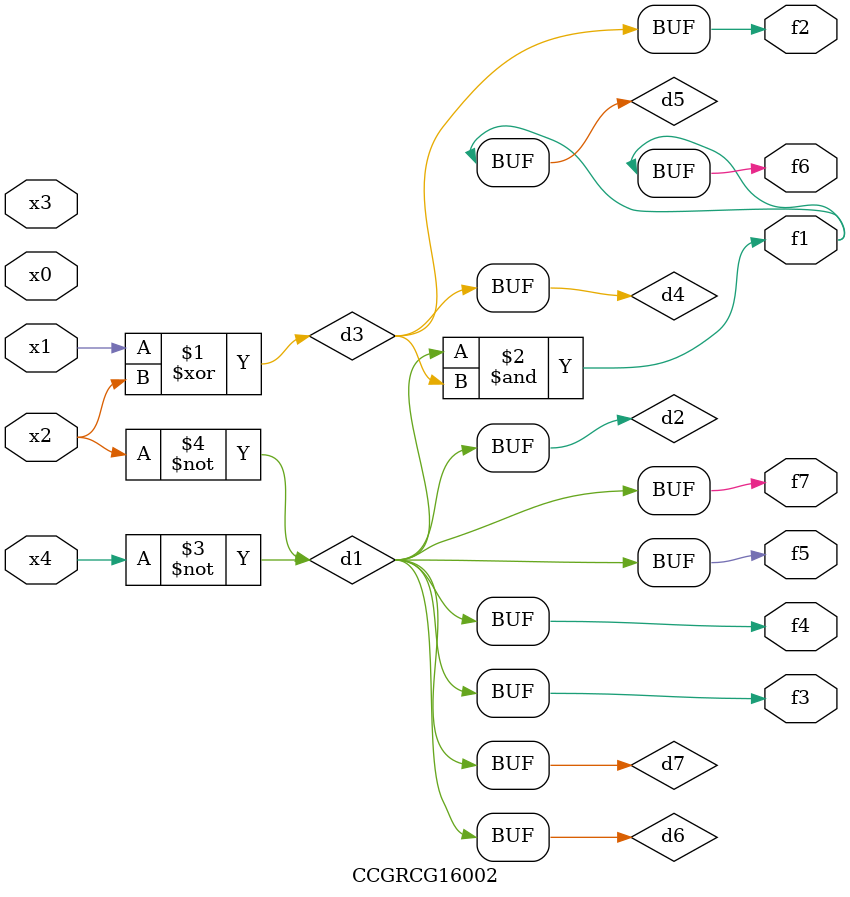
<source format=v>
module CCGRCG16002(
	input x0, x1, x2, x3, x4,
	output f1, f2, f3, f4, f5, f6, f7
);

	wire d1, d2, d3, d4, d5, d6, d7;

	not (d1, x4);
	not (d2, x2);
	xor (d3, x1, x2);
	buf (d4, d3);
	and (d5, d1, d3);
	buf (d6, d1, d2);
	buf (d7, d2);
	assign f1 = d5;
	assign f2 = d4;
	assign f3 = d7;
	assign f4 = d7;
	assign f5 = d7;
	assign f6 = d5;
	assign f7 = d7;
endmodule

</source>
